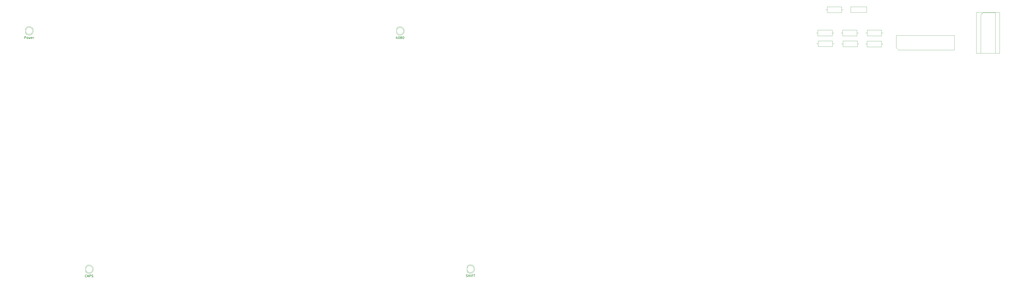
<source format=gbr>
G04 #@! TF.GenerationSoftware,KiCad,Pcbnew,7.0.1*
G04 #@! TF.CreationDate,2024-09-21T18:31:01-05:00*
G04 #@! TF.ProjectId,C128DKEYBOARD,43313238-444b-4455-9942-4f4152442e6b,3.3*
G04 #@! TF.SameCoordinates,Original*
G04 #@! TF.FileFunction,AssemblyDrawing,Top*
%FSLAX46Y46*%
G04 Gerber Fmt 4.6, Leading zero omitted, Abs format (unit mm)*
G04 Created by KiCad (PCBNEW 7.0.1) date 2024-09-21 18:31:01*
%MOMM*%
%LPD*%
G01*
G04 APERTURE LIST*
%ADD10C,0.150000*%
%ADD11C,0.100000*%
G04 APERTURE END LIST*
D10*
X89496561Y-245973580D02*
X89448942Y-246021200D01*
X89448942Y-246021200D02*
X89306085Y-246068819D01*
X89306085Y-246068819D02*
X89210847Y-246068819D01*
X89210847Y-246068819D02*
X89067990Y-246021200D01*
X89067990Y-246021200D02*
X88972752Y-245925961D01*
X88972752Y-245925961D02*
X88925133Y-245830723D01*
X88925133Y-245830723D02*
X88877514Y-245640247D01*
X88877514Y-245640247D02*
X88877514Y-245497390D01*
X88877514Y-245497390D02*
X88925133Y-245306914D01*
X88925133Y-245306914D02*
X88972752Y-245211676D01*
X88972752Y-245211676D02*
X89067990Y-245116438D01*
X89067990Y-245116438D02*
X89210847Y-245068819D01*
X89210847Y-245068819D02*
X89306085Y-245068819D01*
X89306085Y-245068819D02*
X89448942Y-245116438D01*
X89448942Y-245116438D02*
X89496561Y-245164057D01*
X89877514Y-245783104D02*
X90353704Y-245783104D01*
X89782276Y-246068819D02*
X90115609Y-245068819D01*
X90115609Y-245068819D02*
X90448942Y-246068819D01*
X90782276Y-246068819D02*
X90782276Y-245068819D01*
X90782276Y-245068819D02*
X91163228Y-245068819D01*
X91163228Y-245068819D02*
X91258466Y-245116438D01*
X91258466Y-245116438D02*
X91306085Y-245164057D01*
X91306085Y-245164057D02*
X91353704Y-245259295D01*
X91353704Y-245259295D02*
X91353704Y-245402152D01*
X91353704Y-245402152D02*
X91306085Y-245497390D01*
X91306085Y-245497390D02*
X91258466Y-245545009D01*
X91258466Y-245545009D02*
X91163228Y-245592628D01*
X91163228Y-245592628D02*
X90782276Y-245592628D01*
X91734657Y-246021200D02*
X91877514Y-246068819D01*
X91877514Y-246068819D02*
X92115609Y-246068819D01*
X92115609Y-246068819D02*
X92210847Y-246021200D01*
X92210847Y-246021200D02*
X92258466Y-245973580D01*
X92258466Y-245973580D02*
X92306085Y-245878342D01*
X92306085Y-245878342D02*
X92306085Y-245783104D01*
X92306085Y-245783104D02*
X92258466Y-245687866D01*
X92258466Y-245687866D02*
X92210847Y-245640247D01*
X92210847Y-245640247D02*
X92115609Y-245592628D01*
X92115609Y-245592628D02*
X91925133Y-245545009D01*
X91925133Y-245545009D02*
X91829895Y-245497390D01*
X91829895Y-245497390D02*
X91782276Y-245449771D01*
X91782276Y-245449771D02*
X91734657Y-245354533D01*
X91734657Y-245354533D02*
X91734657Y-245259295D01*
X91734657Y-245259295D02*
X91782276Y-245164057D01*
X91782276Y-245164057D02*
X91829895Y-245116438D01*
X91829895Y-245116438D02*
X91925133Y-245068819D01*
X91925133Y-245068819D02*
X92163228Y-245068819D01*
X92163228Y-245068819D02*
X92306085Y-245116438D01*
X62407809Y-141878019D02*
X62407809Y-140878019D01*
X62407809Y-140878019D02*
X62788761Y-140878019D01*
X62788761Y-140878019D02*
X62883999Y-140925638D01*
X62883999Y-140925638D02*
X62931618Y-140973257D01*
X62931618Y-140973257D02*
X62979237Y-141068495D01*
X62979237Y-141068495D02*
X62979237Y-141211352D01*
X62979237Y-141211352D02*
X62931618Y-141306590D01*
X62931618Y-141306590D02*
X62883999Y-141354209D01*
X62883999Y-141354209D02*
X62788761Y-141401828D01*
X62788761Y-141401828D02*
X62407809Y-141401828D01*
X63550666Y-141878019D02*
X63455428Y-141830400D01*
X63455428Y-141830400D02*
X63407809Y-141782780D01*
X63407809Y-141782780D02*
X63360190Y-141687542D01*
X63360190Y-141687542D02*
X63360190Y-141401828D01*
X63360190Y-141401828D02*
X63407809Y-141306590D01*
X63407809Y-141306590D02*
X63455428Y-141258971D01*
X63455428Y-141258971D02*
X63550666Y-141211352D01*
X63550666Y-141211352D02*
X63693523Y-141211352D01*
X63693523Y-141211352D02*
X63788761Y-141258971D01*
X63788761Y-141258971D02*
X63836380Y-141306590D01*
X63836380Y-141306590D02*
X63883999Y-141401828D01*
X63883999Y-141401828D02*
X63883999Y-141687542D01*
X63883999Y-141687542D02*
X63836380Y-141782780D01*
X63836380Y-141782780D02*
X63788761Y-141830400D01*
X63788761Y-141830400D02*
X63693523Y-141878019D01*
X63693523Y-141878019D02*
X63550666Y-141878019D01*
X64217333Y-141211352D02*
X64407809Y-141878019D01*
X64407809Y-141878019D02*
X64598285Y-141401828D01*
X64598285Y-141401828D02*
X64788761Y-141878019D01*
X64788761Y-141878019D02*
X64979237Y-141211352D01*
X65741142Y-141830400D02*
X65645904Y-141878019D01*
X65645904Y-141878019D02*
X65455428Y-141878019D01*
X65455428Y-141878019D02*
X65360190Y-141830400D01*
X65360190Y-141830400D02*
X65312571Y-141735161D01*
X65312571Y-141735161D02*
X65312571Y-141354209D01*
X65312571Y-141354209D02*
X65360190Y-141258971D01*
X65360190Y-141258971D02*
X65455428Y-141211352D01*
X65455428Y-141211352D02*
X65645904Y-141211352D01*
X65645904Y-141211352D02*
X65741142Y-141258971D01*
X65741142Y-141258971D02*
X65788761Y-141354209D01*
X65788761Y-141354209D02*
X65788761Y-141449447D01*
X65788761Y-141449447D02*
X65312571Y-141544685D01*
X66217333Y-141878019D02*
X66217333Y-141211352D01*
X66217333Y-141401828D02*
X66264952Y-141306590D01*
X66264952Y-141306590D02*
X66312571Y-141258971D01*
X66312571Y-141258971D02*
X66407809Y-141211352D01*
X66407809Y-141211352D02*
X66503047Y-141211352D01*
X255287457Y-245945000D02*
X255430314Y-245992619D01*
X255430314Y-245992619D02*
X255668409Y-245992619D01*
X255668409Y-245992619D02*
X255763647Y-245945000D01*
X255763647Y-245945000D02*
X255811266Y-245897380D01*
X255811266Y-245897380D02*
X255858885Y-245802142D01*
X255858885Y-245802142D02*
X255858885Y-245706904D01*
X255858885Y-245706904D02*
X255811266Y-245611666D01*
X255811266Y-245611666D02*
X255763647Y-245564047D01*
X255763647Y-245564047D02*
X255668409Y-245516428D01*
X255668409Y-245516428D02*
X255477933Y-245468809D01*
X255477933Y-245468809D02*
X255382695Y-245421190D01*
X255382695Y-245421190D02*
X255335076Y-245373571D01*
X255335076Y-245373571D02*
X255287457Y-245278333D01*
X255287457Y-245278333D02*
X255287457Y-245183095D01*
X255287457Y-245183095D02*
X255335076Y-245087857D01*
X255335076Y-245087857D02*
X255382695Y-245040238D01*
X255382695Y-245040238D02*
X255477933Y-244992619D01*
X255477933Y-244992619D02*
X255716028Y-244992619D01*
X255716028Y-244992619D02*
X255858885Y-245040238D01*
X256287457Y-245992619D02*
X256287457Y-244992619D01*
X256287457Y-245468809D02*
X256858885Y-245468809D01*
X256858885Y-245992619D02*
X256858885Y-244992619D01*
X257335076Y-245992619D02*
X257335076Y-244992619D01*
X258144599Y-245468809D02*
X257811266Y-245468809D01*
X257811266Y-245992619D02*
X257811266Y-244992619D01*
X257811266Y-244992619D02*
X258287456Y-244992619D01*
X258525552Y-244992619D02*
X259096980Y-244992619D01*
X258811266Y-245992619D02*
X258811266Y-244992619D01*
X225147104Y-141287552D02*
X225147104Y-141954219D01*
X224909009Y-140906600D02*
X224670914Y-141620885D01*
X224670914Y-141620885D02*
X225289961Y-141620885D01*
X225861390Y-140954219D02*
X225956628Y-140954219D01*
X225956628Y-140954219D02*
X226051866Y-141001838D01*
X226051866Y-141001838D02*
X226099485Y-141049457D01*
X226099485Y-141049457D02*
X226147104Y-141144695D01*
X226147104Y-141144695D02*
X226194723Y-141335171D01*
X226194723Y-141335171D02*
X226194723Y-141573266D01*
X226194723Y-141573266D02*
X226147104Y-141763742D01*
X226147104Y-141763742D02*
X226099485Y-141858980D01*
X226099485Y-141858980D02*
X226051866Y-141906600D01*
X226051866Y-141906600D02*
X225956628Y-141954219D01*
X225956628Y-141954219D02*
X225861390Y-141954219D01*
X225861390Y-141954219D02*
X225766152Y-141906600D01*
X225766152Y-141906600D02*
X225718533Y-141858980D01*
X225718533Y-141858980D02*
X225670914Y-141763742D01*
X225670914Y-141763742D02*
X225623295Y-141573266D01*
X225623295Y-141573266D02*
X225623295Y-141335171D01*
X225623295Y-141335171D02*
X225670914Y-141144695D01*
X225670914Y-141144695D02*
X225718533Y-141049457D01*
X225718533Y-141049457D02*
X225766152Y-141001838D01*
X225766152Y-141001838D02*
X225861390Y-140954219D01*
X226766152Y-141382790D02*
X226670914Y-141335171D01*
X226670914Y-141335171D02*
X226623295Y-141287552D01*
X226623295Y-141287552D02*
X226575676Y-141192314D01*
X226575676Y-141192314D02*
X226575676Y-141144695D01*
X226575676Y-141144695D02*
X226623295Y-141049457D01*
X226623295Y-141049457D02*
X226670914Y-141001838D01*
X226670914Y-141001838D02*
X226766152Y-140954219D01*
X226766152Y-140954219D02*
X226956628Y-140954219D01*
X226956628Y-140954219D02*
X227051866Y-141001838D01*
X227051866Y-141001838D02*
X227099485Y-141049457D01*
X227099485Y-141049457D02*
X227147104Y-141144695D01*
X227147104Y-141144695D02*
X227147104Y-141192314D01*
X227147104Y-141192314D02*
X227099485Y-141287552D01*
X227099485Y-141287552D02*
X227051866Y-141335171D01*
X227051866Y-141335171D02*
X226956628Y-141382790D01*
X226956628Y-141382790D02*
X226766152Y-141382790D01*
X226766152Y-141382790D02*
X226670914Y-141430409D01*
X226670914Y-141430409D02*
X226623295Y-141478028D01*
X226623295Y-141478028D02*
X226575676Y-141573266D01*
X226575676Y-141573266D02*
X226575676Y-141763742D01*
X226575676Y-141763742D02*
X226623295Y-141858980D01*
X226623295Y-141858980D02*
X226670914Y-141906600D01*
X226670914Y-141906600D02*
X226766152Y-141954219D01*
X226766152Y-141954219D02*
X226956628Y-141954219D01*
X226956628Y-141954219D02*
X227051866Y-141906600D01*
X227051866Y-141906600D02*
X227099485Y-141858980D01*
X227099485Y-141858980D02*
X227147104Y-141763742D01*
X227147104Y-141763742D02*
X227147104Y-141573266D01*
X227147104Y-141573266D02*
X227099485Y-141478028D01*
X227099485Y-141478028D02*
X227051866Y-141430409D01*
X227051866Y-141430409D02*
X226956628Y-141382790D01*
X227766152Y-140954219D02*
X227861390Y-140954219D01*
X227861390Y-140954219D02*
X227956628Y-141001838D01*
X227956628Y-141001838D02*
X228004247Y-141049457D01*
X228004247Y-141049457D02*
X228051866Y-141144695D01*
X228051866Y-141144695D02*
X228099485Y-141335171D01*
X228099485Y-141335171D02*
X228099485Y-141573266D01*
X228099485Y-141573266D02*
X228051866Y-141763742D01*
X228051866Y-141763742D02*
X228004247Y-141858980D01*
X228004247Y-141858980D02*
X227956628Y-141906600D01*
X227956628Y-141906600D02*
X227861390Y-141954219D01*
X227861390Y-141954219D02*
X227766152Y-141954219D01*
X227766152Y-141954219D02*
X227670914Y-141906600D01*
X227670914Y-141906600D02*
X227623295Y-141858980D01*
X227623295Y-141858980D02*
X227575676Y-141763742D01*
X227575676Y-141763742D02*
X227528057Y-141573266D01*
X227528057Y-141573266D02*
X227528057Y-141335171D01*
X227528057Y-141335171D02*
X227575676Y-141144695D01*
X227575676Y-141144695D02*
X227623295Y-141049457D01*
X227623295Y-141049457D02*
X227670914Y-141001838D01*
X227670914Y-141001838D02*
X227766152Y-140954219D01*
D11*
X429717200Y-139383800D02*
X430377200Y-139383800D01*
X430377200Y-138133800D02*
X430377200Y-140633800D01*
X430377200Y-140633800D02*
X436677200Y-140633800D01*
X437337200Y-139383800D02*
X436677200Y-139383800D01*
X436677200Y-140633800D02*
X436677200Y-138133800D01*
X436677200Y-138133800D02*
X430377200Y-138133800D01*
X478088800Y-148289400D02*
X488248800Y-148289400D01*
X479993800Y-148229400D02*
X479993800Y-131449400D01*
X488248800Y-148289400D02*
X488248800Y-130389400D01*
X486343800Y-148229400D02*
X479993800Y-148229400D01*
X480993800Y-130449400D02*
X486343800Y-130449400D01*
X479993800Y-131449400D02*
X480993800Y-130449400D01*
X488248800Y-130389400D02*
X478088800Y-130389400D01*
X478088800Y-130389400D02*
X478088800Y-148289400D01*
X486343800Y-130449400D02*
X486343800Y-148229400D01*
X430351800Y-142945800D02*
X430351800Y-145445800D01*
X430351800Y-145445800D02*
X436651800Y-145445800D01*
X436651800Y-142945800D02*
X430351800Y-142945800D01*
X429691800Y-144195800D02*
X430351800Y-144195800D01*
X437311800Y-144195800D02*
X436651800Y-144195800D01*
X436651800Y-145445800D02*
X436651800Y-142945800D01*
X443057200Y-140502800D02*
X468457200Y-140502800D01*
X444057200Y-146852800D02*
X443057200Y-145852800D01*
X468457200Y-146852800D02*
X444057200Y-146852800D01*
X443057200Y-145852800D02*
X443057200Y-140502800D01*
X468457200Y-140502800D02*
X468457200Y-146852800D01*
X89091800Y-241480010D02*
X89091800Y-243812390D01*
X89091246Y-243811675D02*
G75*
G03*
X89091801Y-241480010I1500554J1165475D01*
G01*
X92091800Y-242646200D02*
G75*
G03*
X92091800Y-242646200I-1500000J0D01*
G01*
X415239600Y-145318800D02*
X415239600Y-142818800D01*
X408939600Y-145318800D02*
X415239600Y-145318800D01*
X408939600Y-142818800D02*
X408939600Y-145318800D01*
X415899600Y-144068800D02*
X415239600Y-144068800D01*
X415239600Y-142818800D02*
X408939600Y-142818800D01*
X408279600Y-144068800D02*
X408939600Y-144068800D01*
X426567200Y-139383800D02*
X425907200Y-139383800D01*
X425907200Y-138133800D02*
X419607200Y-138133800D01*
X425907200Y-140633800D02*
X425907200Y-138133800D01*
X419607200Y-138133800D02*
X419607200Y-140633800D01*
X419607200Y-140633800D02*
X425907200Y-140633800D01*
X418947200Y-139383800D02*
X419607200Y-139383800D01*
X430169200Y-127934400D02*
X423169200Y-127934400D01*
X423169200Y-130434400D02*
X430169200Y-130434400D01*
X430169200Y-130434400D02*
X430169200Y-127934400D01*
X423169200Y-127934400D02*
X423169200Y-130434400D01*
X426136200Y-145369600D02*
X426136200Y-142869600D01*
X419836200Y-142869600D02*
X419836200Y-145369600D01*
X419836200Y-145369600D02*
X426136200Y-145369600D01*
X426796200Y-144119600D02*
X426136200Y-144119600D01*
X426136200Y-142869600D02*
X419836200Y-142869600D01*
X419176200Y-144119600D02*
X419836200Y-144119600D01*
X419252800Y-130485200D02*
X419252800Y-127985200D01*
X412952800Y-127985200D02*
X412952800Y-130485200D01*
X419912800Y-129235200D02*
X419252800Y-129235200D01*
X419252800Y-127985200D02*
X412952800Y-127985200D01*
X412952800Y-130485200D02*
X419252800Y-130485200D01*
X412292800Y-129235200D02*
X412952800Y-129235200D01*
X62884000Y-137289210D02*
X62884000Y-139621590D01*
X62883446Y-139620875D02*
G75*
G03*
X62884001Y-137289210I1500554J1165475D01*
G01*
X65884000Y-138455400D02*
G75*
G03*
X65884000Y-138455400I-1500000J0D01*
G01*
X408837200Y-140633800D02*
X415137200Y-140633800D01*
X415137200Y-138133800D02*
X408837200Y-138133800D01*
X415137200Y-140633800D02*
X415137200Y-138133800D01*
X408177200Y-139383800D02*
X408837200Y-139383800D01*
X408837200Y-138133800D02*
X408837200Y-140633800D01*
X415797200Y-139383800D02*
X415137200Y-139383800D01*
X255644600Y-241403810D02*
X255644600Y-243736190D01*
X255644046Y-243735475D02*
G75*
G03*
X255644601Y-241403810I1500554J1165475D01*
G01*
X258644600Y-242570000D02*
G75*
G03*
X258644600Y-242570000I-1500000J0D01*
G01*
X224885200Y-137365410D02*
X224885200Y-139697790D01*
X224884646Y-139697075D02*
G75*
G03*
X224885201Y-137365410I1500554J1165475D01*
G01*
X227885200Y-138531600D02*
G75*
G03*
X227885200Y-138531600I-1500000J0D01*
G01*
M02*

</source>
